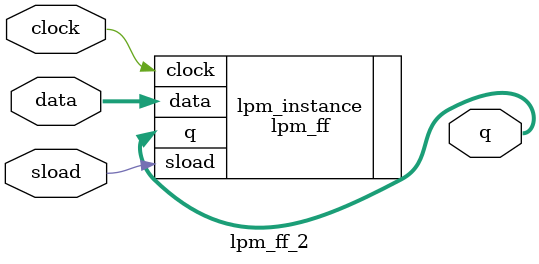
<source format=v>



module lpm_ff_2(clock,sload,data,q);
input clock;
input sload;
input [15:0] data;
output [15:0] q;

lpm_ff	lpm_instance(.clock(clock),.sload(sload),.data(data),.q(q));
	defparam	lpm_instance.LPM_AVALUE = 0;
	defparam	lpm_instance.LPM_FFTYPE = "DFF";
	defparam	lpm_instance.LPM_SVALUE = 1;
	defparam	lpm_instance.LPM_WIDTH = 16;

endmodule

</source>
